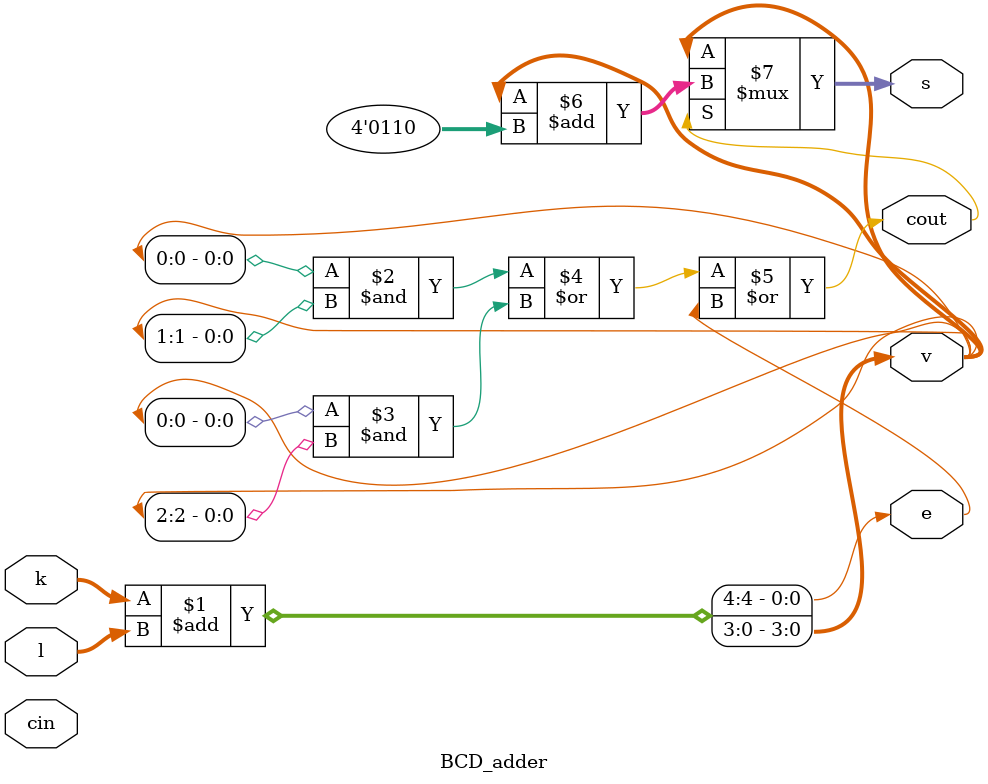
<source format=v>

module BCD_adder(k,l,cin,v,e,cout,s);
input [3:0]k,l;
input cin;
output [3:0]v;
output cout;
output[3:0]s;
output e;


assign {e,v}=k+l;
assign cout=(v[0]&v[1])|(v[0]&v[2])|e;
assign s=(cout)?(v+4'b 0110):v;
endmodule 
</source>
